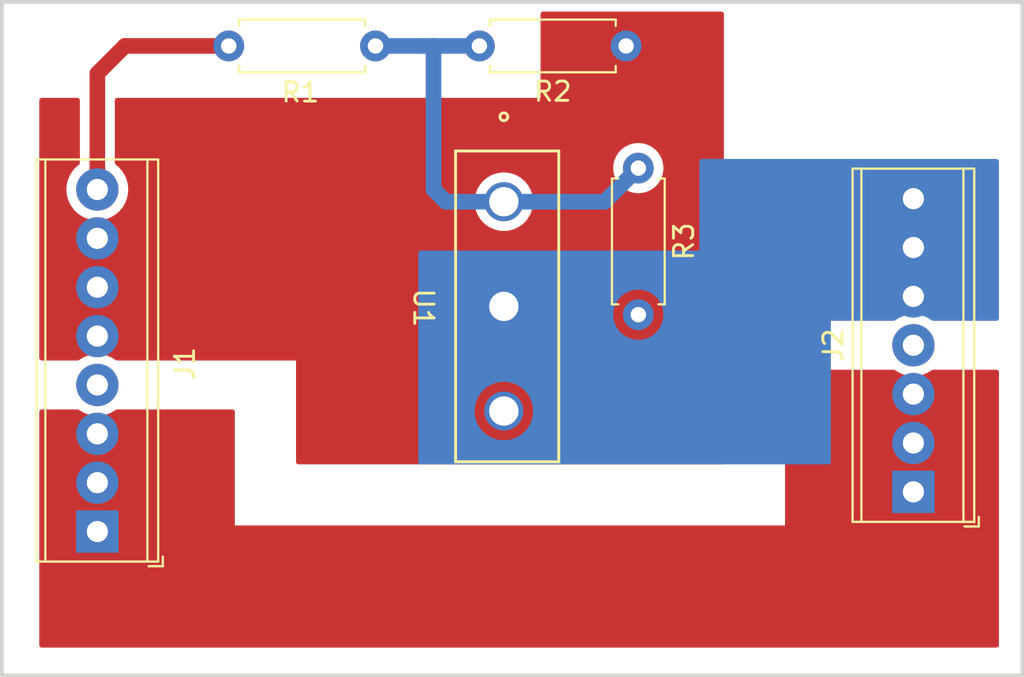
<source format=kicad_pcb>
(kicad_pcb (version 20240108) (generator "pcbnew") (generator_version "8.0")
  (layers (0 "F.Cu" signal "Front") (1 "In1.Cu" signal) (2 "In2.Cu" signal) (31 "B.Cu" signal "Back") (34 "B.Paste" user) (35 "F.Paste" user) (36 "B.SilkS" user "B.Silkscreen") (37 "F.SilkS" user "F.Silkscreen") (38 "B.Mask" user) (39 "F.Mask" user) (44 "Edge.Cuts" user))
  (net 0 "")
  (net 1 "/VCC")
  (net 2 "/Vgs")
  (net 3 "/GND_Source")
  (net 4 "/GND_Drain")
  (net 5 "Net-(U1-G)")
  (footprint "Resistor_THT:R_Axial_DIN0207_L6.3mm_D2.5mm_P7.62mm_Horizontal" (layer "F.Cu") (at 58.42 24.28875 180)
    (property "Reference" "R2" (at 3.81 -2.37 180) (layer "F.SilkS"))
    (property "Value" "500")
    (fp_line (start 7.08 1.37) (end 7.08 1.04) (stroke (width 0.12)) (layer "F.SilkS"))
    (fp_line (start 7.08 -1.37) (end 7.08 -1.04) (stroke (width 0.12)) (layer "F.SilkS"))
    (fp_line (start 0.54 1.37) (end 7.08 1.37) (stroke (width 0.12)) (layer "F.SilkS"))
    (fp_line (start 0.54 1.04) (end 0.54 1.37) (stroke (width 0.12)) (layer "F.SilkS"))
    (fp_line (start 0.54 -1.04) (end 0.54 -1.37) (stroke (width 0.12)) (layer "F.SilkS"))
    (fp_line (start 0.54 -1.37) (end 7.08 -1.37) (stroke (width 0.12)) (layer "F.SilkS"))
    (pad "1" thru_hole circle (at 0 0 180) (size 1.6 1.6) (drill 0.8) (layers "*.Cu" "*.Mask") (net 3 "/GND_Source"))
    (pad "2" thru_hole oval (at 7.62 0 180) (size 1.6 1.6) (drill 0.8) (layers "*.Cu" "*.Mask") (net 5 "Net-(U1-G)"))
  )
  (footprint "Resistor_THT:R_Axial_DIN0207_L6.3mm_D2.5mm_P7.62mm_Horizontal" (layer "F.Cu") (at 37.7825 24.28875)
    (property "Reference" "R1" (at 3.7175 2.41125 0) (layer "F.SilkS"))
    (property "Value" "10k")
    (fp_line (start 0.54 -1.37) (end 7.08 -1.37) (stroke (width 0.12)) (layer "F.SilkS"))
    (fp_line (start 0.54 -1.04) (end 0.54 -1.37) (stroke (width 0.12)) (layer "F.SilkS"))
    (fp_line (start 0.54 1.04) (end 0.54 1.37) (stroke (width 0.12)) (layer "F.SilkS"))
    (fp_line (start 0.54 1.37) (end 7.08 1.37) (stroke (width 0.12)) (layer "F.SilkS"))
    (fp_line (start 7.08 -1.37) (end 7.08 -1.04) (stroke (width 0.12)) (layer "F.SilkS"))
    (fp_line (start 7.08 1.37) (end 7.08 1.04) (stroke (width 0.12)) (layer "F.SilkS"))
    (pad "1" thru_hole circle (at 0 0) (size 1.6 1.6) (drill 0.8) (layers "*.Cu" "*.Mask") (net 2 "/Vgs"))
    (pad "2" thru_hole oval (at 7.62 0) (size 1.6 1.6) (drill 0.8) (layers "*.Cu" "*.Mask") (net 5 "Net-(U1-G)"))
  )
  (footprint "TerminalBlock_Phoenix:TerminalBlock_Phoenix_MPT-0,5-8-2.54_1x08_P2.54mm_Horizontal" (layer "F.Cu") (at 30.95625 49.53 90)
    (property "Reference" "J1" (at 8.73 4.54375 -90) (layer "F.SilkS"))
    (property "Value" "Screw_Terminal_01x08")
    (fp_line (start 19.341 -3.16) (end 19.341 3.16) (stroke (width 0.12)) (layer "F.SilkS"))
    (fp_line (start -1.56 -3.16) (end 19.341 -3.16) (stroke (width 0.12)) (layer "F.SilkS"))
    (fp_line (start -1.56 -3.16) (end -1.56 3.16) (stroke (width 0.12)) (layer "F.SilkS"))
    (fp_line (start -1.56 -2.7) (end 19.341 -2.7) (stroke (width 0.12)) (layer "F.SilkS"))
    (fp_line (start -1.56 2.6) (end 19.341 2.6) (stroke (width 0.12)) (layer "F.SilkS"))
    (fp_line (start -1.8 2.66) (end -1.8 3.4) (stroke (width 0.12)) (layer "F.SilkS"))
    (fp_line (start -1.56 3.16) (end 19.341 3.16) (stroke (width 0.12)) (layer "F.SilkS"))
    (fp_line (start -1.8 3.4) (end -1.3 3.4) (stroke (width 0.12)) (layer "F.SilkS"))
    (pad "1" thru_hole rect (at 0 0 90) (size 2.2 2.2) (drill 1.1) (layers "*.Cu" "*.Mask") (net 1 "/VCC"))
    (pad "2" thru_hole circle (at 2.54 0 90) (size 2.2 2.2) (drill 1.1) (layers "*.Cu" "*.Mask") (net 1 "/VCC"))
    (pad "3" thru_hole circle (at 5.08 0 90) (size 2.2 2.2) (drill 1.1) (layers "*.Cu" "*.Mask") (net 1 "/VCC"))
    (pad "4" thru_hole circle (at 7.62 0 90) (size 2.2 2.2) (drill 1.1) (layers "*.Cu" "*.Mask"))
    (pad "5" thru_hole circle (at 10.16 0 90) (size 2.2 2.2) (drill 1.1) (layers "*.Cu" "*.Mask") (net 3 "/GND_Source"))
    (pad "6" thru_hole circle (at 12.7 0 90) (size 2.2 2.2) (drill 1.1) (layers "*.Cu" "*.Mask") (net 3 "/GND_Source"))
    (pad "7" thru_hole circle (at 15.24 0 90) (size 2.2 2.2) (drill 1.1) (layers "*.Cu" "*.Mask") (net 3 "/GND_Source"))
    (pad "8" thru_hole circle (at 17.78 0 90) (size 2.2 2.2) (drill 1.1) (layers "*.Cu" "*.Mask") (net 2 "/Vgs"))
  )
  (footprint "IRFP250N:IRFP250N" (layer "F.Cu") (at 52.07 32.385 -90)
    (property "Reference" "U1" (at 5.515 4.17 -90) (layer "F.SilkS"))
    (property "Value" "IRFP250NPBF")
    (fp_line (start -2.637201 2.5072) (end -2.637201 -2.8522) (stroke (width 0.1524)) (layer "F.SilkS"))
    (fp_line (start 13.517199 2.5072) (end -2.637201 2.5072) (stroke (width 0.1524)) (layer "F.SilkS"))
    (fp_line (start -2.637201 -2.8522) (end 13.517199 -2.8522) (stroke (width 0.1524)) (layer "F.SilkS"))
    (fp_line (start 13.517199 -2.8522) (end 13.517199 2.5072) (stroke (width 0.1524)) (layer "F.SilkS"))
    (fp_circle (center -4.415201 0) (end -4.212001 0) (stroke (width 0.1524)) (fill none) (layer "F.SilkS"))
    (pad "1" thru_hole circle (at 0 0 270) (size 2.032 2.032) (drill 1.524) (layers "*.Cu" "*.Mask") (net 5 "Net-(U1-G)"))
    (pad "2" thru_hole circle (at 5.439999 0 270) (size 2.032 2.032) (drill 1.524) (layers "*.Cu" "*.Mask") (net 4 "/GND_Drain"))
    (pad "3" thru_hole circle (at 10.879999 0 270) (size 2.032 2.032) (drill 1.524) (layers "*.Cu" "*.Mask") (net 3 "/GND_Source"))
  )
  (footprint "Resistor_THT:R_Axial_DIN0207_L6.3mm_D2.5mm_P7.62mm_Horizontal" (layer "F.Cu") (at 59.055 30.63875 -90)
    (property "Reference" "R3" (at 3.81 -2.37 90) (layer "F.SilkS"))
    (property "Value" "10k")
    (fp_line (start 0.54 1.37) (end 7.08 1.37) (stroke (width 0.12)) (layer "F.SilkS"))
    (fp_line (start 7.08 1.37) (end 7.08 1.04) (stroke (width 0.12)) (layer "F.SilkS"))
    (fp_line (start 0.54 1.04) (end 0.54 1.37) (stroke (width 0.12)) (layer "F.SilkS"))
    (fp_line (start 0.54 -1.04) (end 0.54 -1.37) (stroke (width 0.12)) (layer "F.SilkS"))
    (fp_line (start 0.54 -1.37) (end 7.08 -1.37) (stroke (width 0.12)) (layer "F.SilkS"))
    (fp_line (start 7.08 -1.37) (end 7.08 -1.04) (stroke (width 0.12)) (layer "F.SilkS"))
    (pad "1" thru_hole circle (at 0 0 270) (size 1.6 1.6) (drill 0.8) (layers "*.Cu" "*.Mask") (net 5 "Net-(U1-G)"))
    (pad "2" thru_hole oval (at 7.62 0 270) (size 1.6 1.6) (drill 0.8) (layers "*.Cu" "*.Mask") (net 3 "/GND_Source"))
  )
  (footprint "TerminalBlock_Phoenix:TerminalBlock_Phoenix_MPT-0,5-7-2.54_1x07_P2.54mm_Horizontal" (layer "F.Cu") (at 73.3425 47.46625 90)
    (property "Reference" "J2" (at 7.62 -4.16 270) (layer "F.SilkS"))
    (property "Value" "Screw_Terminal_01x07")
    (fp_line (start 16.801 -3.16) (end 16.801 3.16) (stroke (width 0.12)) (layer "F.SilkS"))
    (fp_line (start -1.56 -3.16) (end 16.801 -3.16) (stroke (width 0.12)) (layer "F.SilkS"))
    (fp_line (start -1.56 -3.16) (end -1.56 3.16) (stroke (width 0.12)) (layer "F.SilkS"))
    (fp_line (start -1.56 -2.7) (end 16.801 -2.7) (stroke (width 0.12)) (layer "F.SilkS"))
    (fp_line (start -1.56 2.6) (end 16.801 2.6) (stroke (width 0.12)) (layer "F.SilkS"))
    (fp_line (start -1.8 2.66) (end -1.8 3.4) (stroke (width 0.12)) (layer "F.SilkS"))
    (fp_line (start -1.56 3.16) (end 16.801 3.16) (stroke (width 0.12)) (layer "F.SilkS"))
    (fp_line (start -1.8 3.4) (end -1.3 3.4) (stroke (width 0.12)) (layer "F.SilkS"))
    (pad "1" thru_hole rect (at 0 0 90) (size 2.2 2.2) (drill 1.1) (layers "*.Cu" "*.Mask") (net 1 "/VCC"))
    (pad "2" thru_hole circle (at 2.54 0 90) (size 2.2 2.2) (drill 1.1) (layers "*.Cu" "*.Mask") (net 1 "/VCC"))
    (pad "3" thru_hole circle (at 5.08 0 90) (size 2.2 2.2) (drill 1.1) (layers "*.Cu" "*.Mask") (net 1 "/VCC"))
    (pad "4" thru_hole circle (at 7.62 0 90) (size 2.2 2.2) (drill 1.1) (layers "*.Cu" "*.Mask"))
    (pad "5" thru_hole circle (at 10.16 0 90) (size 2.2 2.2) (drill 1.1) (layers "*.Cu" "*.Mask") (net 4 "/GND_Drain"))
    (pad "6" thru_hole circle (at 12.7 0 90) (size 2.2 2.2) (drill 1.1) (layers "*.Cu" "*.Mask") (net 4 "/GND_Drain"))
    (pad "7" thru_hole circle (at 15.24 0 90) (size 2.2 2.2) (drill 1.1) (layers "*.Cu" "*.Mask") (net 4 "/GND_Drain"))
  )
  (gr_rect (start 26 22) (end 79 57) (stroke (width 0.2)) (fill none) (layer "Edge.Cuts"))
  (segment (start 30.95625 25.7175) (end 30.95625 31.75) (width 0.8128) (layer "F.Cu") (net 2))
  (segment (start 32.385 24.28875) (end 37.7825 24.28875) (width 0.8128) (layer "F.Cu") (net 2))
  (segment (start 30.95625 25.7175) (end 32.385 24.28875) (width 0.8128) (layer "F.Cu") (net 2))
  (segment (start 48.41875 24.28875) (end 47.78375 24.28875) (width 0.8128) (layer "B.Cu") (net 5))
  (segment (start 49.05375 32.385) (end 48.41875 31.75) (width 0.8128) (layer "B.Cu") (net 5))
  (segment (start 52.07 32.385) (end 57.30875 32.385) (width 0.8128) (layer "B.Cu") (net 5))
  (segment (start 48.41875 31.75) (end 48.41875 24.28875) (width 0.8128) (layer "B.Cu") (net 5))
  (segment (start 57.30875 32.385) (end 59.055 30.63875) (width 0.8128) (layer "B.Cu") (net 5))
  (segment (start 47.78375 24.28875) (end 45.4025 24.28875) (width 0.8128) (layer "B.Cu") (net 5))
  (segment (start 52.07 32.385) (end 49.05375 32.385) (width 0.8128) (layer "B.Cu") (net 5))
  (segment (start 50.8 24.28875) (end 48.41875 24.28875) (width 0.8128) (layer "B.Cu") (net 5))
  (zone (net 3) (net_name "/GND_Source") (layer "F.Cu") (connect_pads yes (clearance 0.5)) (min_thickness 0.25) (fill yes (thermal_gap 0.5) (thermal_bridge_width 0.5))
    (polygon (pts (xy 27.94 40.64) (xy 41.275 40.64) (xy 41.275 46.0375) (xy 63.5 46.0375) (xy 63.5 22.225) (xy 53.975 22.225) (xy 53.975 26.9875) (xy 27.94 26.9875)))
  )
  (zone (net 1) (net_name "/VCC") (layer "F.Cu") (priority 2) (connect_pads yes (clearance 0.5)) (min_thickness 0.25) (fill yes (thermal_gap 0.5) (thermal_bridge_width 0.5))
    (polygon (pts (xy 27.94 55.5625) (xy 77.7875 55.5625) (xy 77.7875 41.11625) (xy 66.675 41.11625) (xy 66.675 49.2125) (xy 38.1 49.2125) (xy 38.1 43.18) (xy 27.94 43.18)))
  )
  (zone (net 4) (net_name "/GND_Drain") (layer "B.Cu") (priority 1) (connect_pads yes (clearance 0.5)) (min_thickness 0.25) (fill yes (thermal_gap 0.5) (thermal_bridge_width 0.5))
    (polygon (pts (xy 47.625 34.925) (xy 62.23 34.925) (xy 62.23 34.925) (xy 62.23 30.1625) (xy 77.7875 30.1625) (xy 77.7875 38.57625) (xy 69.05625 38.57625) (xy 69.05625 46.0375) (xy 49.37125 46.0375) (xy 47.625 46.0375)))
  )
)
</source>
